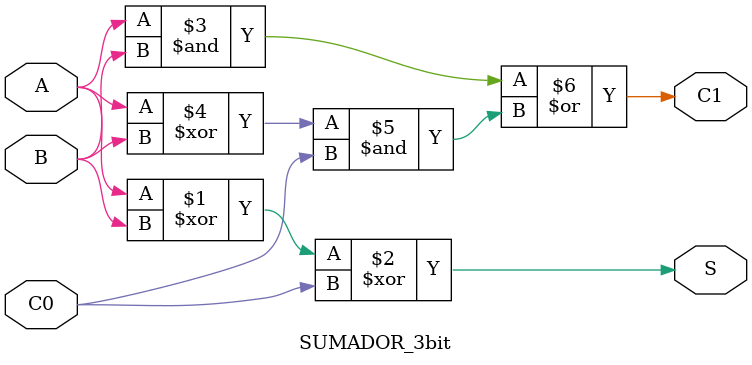
<source format=v>
`timescale 1ns / 1ps
module AU_COMP11x11(
    input [10:0] num1,
    input [10:0] num2,
    input [10:0] num3,
    output [10:0] out
    );
    
    wire [10:0] mult_out;
    
    AU_11x11 AU_11x11(.a(num1),.b(num2),.c(mult_out));
    
    assign out = num3 + mult_out;
    
endmodule

module AU_11x11(
    input [10:0] a,
    input [10:0] b,
    output [10:0] c
    );
    
    wire [10:0] a0,a1,a2,a3,a4,a5,a6,a7,a8,a9,a10;
    
    assign a0 = a & {11{b[0]}};
    assign a1 = (a << 1) & {11{b[1]}};
    assign a2 = (a << 2) & {11{b[2]}};
    assign a3 = (a << 3) & {11{b[3]}};
    assign a4 = (a << 4) & {11{b[4]}};
    assign a5 = (a << 5) & {11{b[5]}};
    assign a6 = (a << 6) & {11{b[6]}};
    assign a7 = (a << 7) & {11{b[7]}};
    assign a8 = (a << 8) & {11{b[8]}};
    assign a9 = (a << 9) & {11{b[9]}};
    assign a10 = (a << 10) & {11{b[10]}};
   
    wire [10:0] res0,res1,res2,res3,res4,res5,res6,res7,res8;
    
    SUMADOR_2NUM_11bit S0(.num1(a0), .num2(a1),   .res(res0));
    SUMADOR_2NUM_11bit S1(.num1(a2), .num2(res0), .res(res1));
    SUMADOR_2NUM_11bit S2(.num1(a3), .num2(res1), .res(res2));
    SUMADOR_2NUM_11bit S3(.num1(a4), .num2(res2), .res(res3));
    SUMADOR_2NUM_11bit S4(.num1(a5), .num2(res3), .res(res4));
    SUMADOR_2NUM_11bit S5(.num1(a6), .num2(res4), .res(res5));
    SUMADOR_2NUM_11bit S6(.num1(a7), .num2(res5), .res(res6));
    SUMADOR_2NUM_11bit S7(.num1(a8), .num2(res6), .res(res7));
    SUMADOR_2NUM_11bit S8(.num1(a9), .num2(res7), .res(res8));
    SUMADOR_2NUM_11bit S9(.num1(a10),.num2(res8), .res(c));
endmodule

module SUMADOR_2NUM_11bit(
    input [10:0] num1,
    input [10:0] num2,
    output [10:0] res
);
    genvar i;
    wire [10:0] CW;
    generate
        for (i = 0; i <= 10; i = i + 1) begin
            SUMADOR_3bit S3B (.A(num1[i]), .B(num2[i]), .C0(CW[i-1]), .S(res[i]), .C1(CW[i]));
        end
    endgenerate
endmodule

module SUMADOR_3bit(
    input A,
    input B,
    input C0,
    output S,
    output C1);
    
    assign S = A ^ B ^ C0;
    assign C1 = (A & B) | ((A ^ B) & C0);

endmodule
</source>
